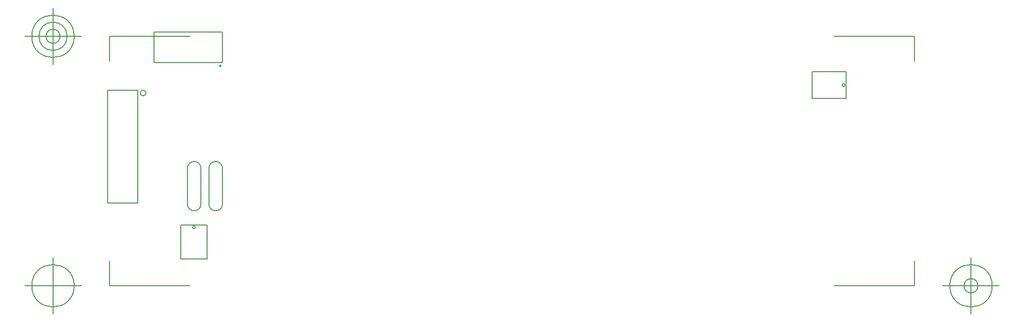
<source format=gbr>
G04 Generated by Ultiboard 14.2 *
%FSLAX34Y34*%
%MOMM*%

%ADD10C,0.0001*%
%ADD11C,0.2032*%
%ADD12C,0.1270*%


G04 ColorRGB FFFF00 for the following layer *
%LNSilkscreen Top*%
%LPD*%
G54D10*
G54D11*
X173388Y205740D02*
X173388Y142240D01*
G75*
D01*
G03X185420Y130208I12032J0*
G01*
G75*
D01*
G03X197452Y142240I0J12032*
G01*
X197452Y205740D01*
G74*
D01*
G03X185420Y217772I12032J0*
G01*
G75*
D01*
G03X173388Y205740I0J-12032*
G01*
X135288Y205740D02*
X135288Y142240D01*
G75*
D01*
G03X147320Y130208I12032J0*
G01*
G75*
D01*
G03X159352Y142240I0J12032*
G01*
X159352Y205740D01*
G74*
D01*
G03X147320Y217772I12032J0*
G01*
G75*
D01*
G03X135288Y205740I0J-12032*
G01*
X123500Y105000D02*
X123500Y45000D01*
X170500Y45000D01*
X170500Y105000D01*
X144500Y101064D02*
G75*
D01*
G02X144500Y101064I2500J0*
G01*
X170500Y105000D02*
X123500Y105000D01*
X47500Y144000D02*
X47500Y344000D01*
X52000Y339000D02*
G75*
D01*
G02X52000Y339000I5000J0*
G01*
X-6080Y344400D02*
X-6080Y144400D01*
X47500Y344000D02*
X-6080Y344000D01*
X-6000Y144000D02*
X47500Y144000D01*
X1301000Y376500D02*
X1241000Y376500D01*
X1241000Y329500D01*
X1301000Y329500D01*
X1294564Y353000D02*
G75*
D01*
G02X1294564Y353000I2500J0*
G01*
X1301000Y329500D02*
X1301000Y376500D01*
X76750Y393000D02*
X197250Y393000D01*
X192000Y387000D02*
G75*
D01*
G02X192000Y387000I1776J0*
G01*
X196700Y447040D02*
X76200Y447040D01*
X197250Y393000D02*
X197250Y447040D01*
X76200Y447040D02*
X76200Y393000D01*
G54D12*
X-2540Y-2540D02*
X-2540Y41668D01*
X-2540Y-2540D02*
X139968Y-2540D01*
X1422540Y-2540D02*
X1280032Y-2540D01*
X1422540Y-2540D02*
X1422540Y41668D01*
X1422540Y439540D02*
X1422540Y395332D01*
X1422540Y439540D02*
X1280032Y439540D01*
X-2540Y439540D02*
X139968Y439540D01*
X-2540Y439540D02*
X-2540Y395332D01*
X-52540Y-2540D02*
X-152540Y-2540D01*
X-102540Y-52540D02*
X-102540Y47460D01*
X-140040Y-2540D02*
G75*
D01*
G02X-140040Y-2540I37500J0*
G01*
X1472540Y-2540D02*
X1572540Y-2540D01*
X1522540Y-52540D02*
X1522540Y47460D01*
X1485040Y-2540D02*
G75*
D01*
G02X1485040Y-2540I37500J0*
G01*
X1510040Y-2540D02*
G75*
D01*
G02X1510040Y-2540I12500J0*
G01*
X-52540Y439540D02*
X-152540Y439540D01*
X-102540Y389540D02*
X-102540Y489540D01*
X-140040Y439540D02*
G75*
D01*
G02X-140040Y439540I37500J0*
G01*
X-127540Y439540D02*
G75*
D01*
G02X-127540Y439540I25000J0*
G01*
X-115040Y439540D02*
G75*
D01*
G02X-115040Y439540I12500J0*
G01*

M02*

</source>
